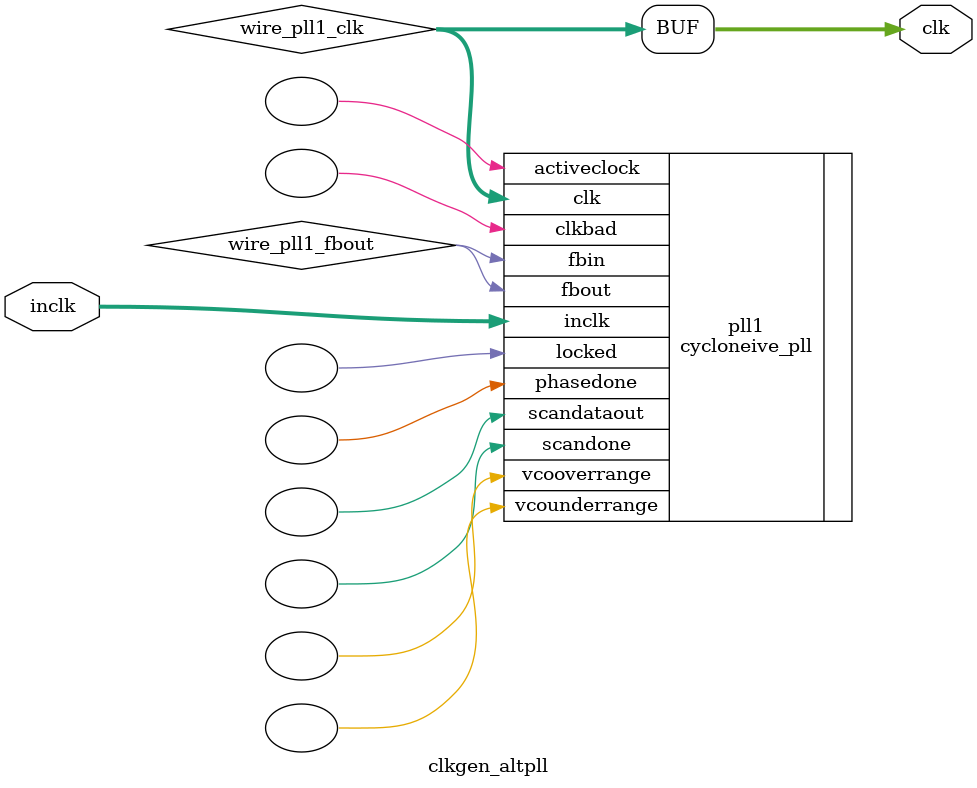
<source format=v>






//synthesis_resources = cycloneive_pll 1 
//synopsys translate_off
`timescale 1 ps / 1 ps
//synopsys translate_on
module  clkgen_altpll
	( 
	clk,
	inclk) /* synthesis synthesis_clearbox=1 */;
	output   [4:0]  clk;
	input   [1:0]  inclk;
`ifndef ALTERA_RESERVED_QIS
// synopsys translate_off
`endif
	tri0   [1:0]  inclk;
`ifndef ALTERA_RESERVED_QIS
// synopsys translate_on
`endif

	wire  [4:0]   wire_pll1_clk;
	wire  wire_pll1_fbout;

	cycloneive_pll   pll1
	( 
	.activeclock(),
	.clk(wire_pll1_clk),
	.clkbad(),
	.fbin(wire_pll1_fbout),
	.fbout(wire_pll1_fbout),
	.inclk(inclk),
	.locked(),
	.phasedone(),
	.scandataout(),
	.scandone(),
	.vcooverrange(),
	.vcounderrange()
	`ifndef FORMAL_VERIFICATION
	// synopsys translate_off
	`endif
	,
	.areset(1'b0),
	.clkswitch(1'b0),
	.configupdate(1'b0),
	.pfdena(1'b1),
	.phasecounterselect({3{1'b0}}),
	.phasestep(1'b0),
	.phaseupdown(1'b0),
	.scanclk(1'b0),
	.scanclkena(1'b1),
	.scandata(1'b0)
	`ifndef FORMAL_VERIFICATION
	// synopsys translate_on
	`endif
	);
	defparam
		pll1.bandwidth_type = "auto",
		pll1.clk0_divide_by = 500,
		pll1.clk0_duty_cycle = 50,
		pll1.clk0_multiply_by = 1647,
		pll1.clk0_phase_shift = "0",
		pll1.compensate_clock = "clk0",
		pll1.inclk0_input_frequency = 20000,
		pll1.operation_mode = "normal",
		pll1.pll_type = "auto",
		pll1.lpm_type = "cycloneive_pll";
	assign
		clk = {wire_pll1_clk[4:0]};
endmodule //clkgen_altpll
//VALID FILE

</source>
